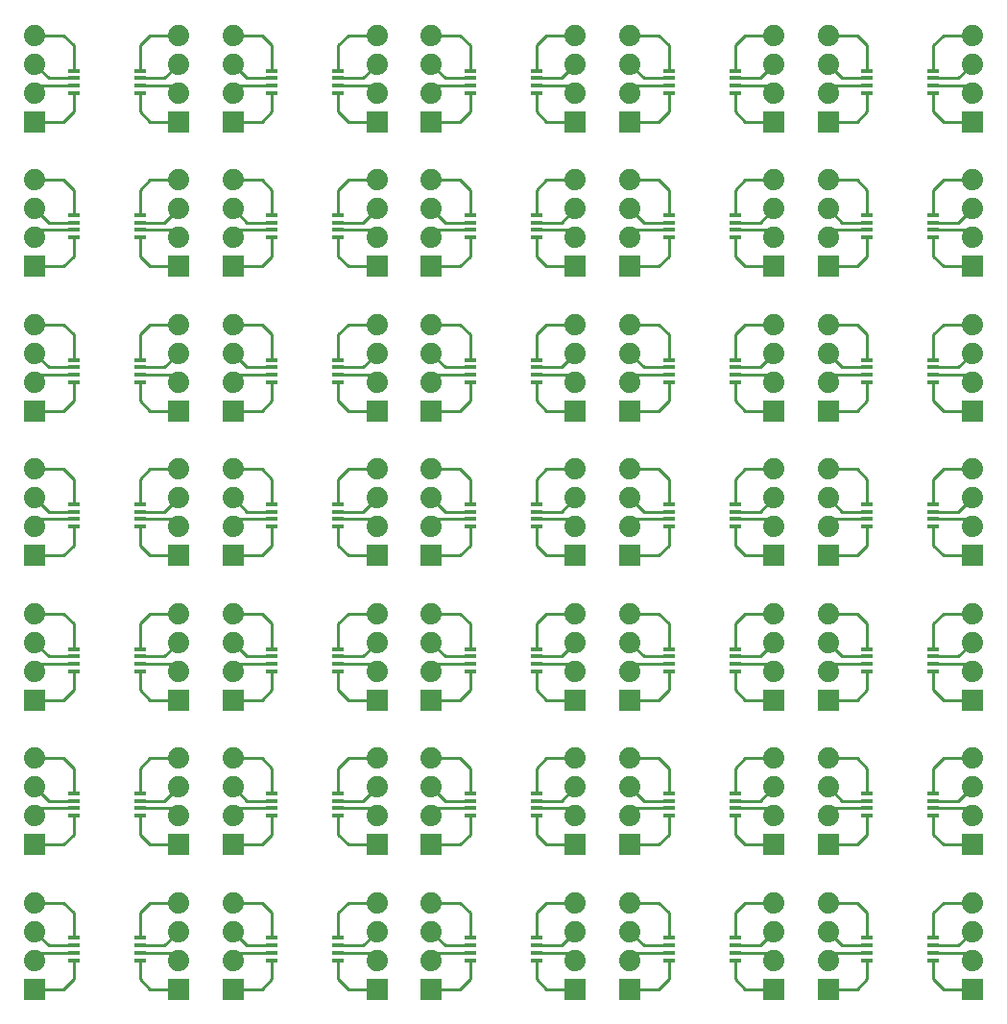
<source format=gbr>
G04 #@! TF.GenerationSoftware,KiCad,Pcbnew,5.1.5-5.1.5*
G04 #@! TF.CreationDate,2020-06-01T10:47:03+10:00*
G04 #@! TF.ProjectId,SOIC8-TSSOP8_panelized,534f4943-382d-4545-9353-4f50385f7061,rev?*
G04 #@! TF.SameCoordinates,Original*
G04 #@! TF.FileFunction,Copper,L2,Bot*
G04 #@! TF.FilePolarity,Positive*
%FSLAX46Y46*%
G04 Gerber Fmt 4.6, Leading zero omitted, Abs format (unit mm)*
G04 Created by KiCad (PCBNEW 5.1.5-5.1.5) date 2020-06-01 10:47:03*
%MOMM*%
%LPD*%
G04 APERTURE LIST*
%ADD10R,1.879600X1.879600*%
%ADD11C,1.879600*%
%ADD12R,0.990600X0.304800*%
%ADD13C,0.254000*%
G04 APERTURE END LIST*
D10*
X225016108Y-185248612D03*
D11*
X225016108Y-182708612D03*
X225016108Y-180168612D03*
X225016108Y-177628612D03*
D10*
X225016108Y-172508610D03*
D11*
X225016108Y-169968610D03*
X225016108Y-167428610D03*
X225016108Y-164888610D03*
D10*
X225016108Y-159768608D03*
D11*
X225016108Y-157228608D03*
X225016108Y-154688608D03*
X225016108Y-152148608D03*
D10*
X225016108Y-147028606D03*
D11*
X225016108Y-144488606D03*
X225016108Y-141948606D03*
X225016108Y-139408606D03*
D10*
X225016108Y-134288604D03*
D11*
X225016108Y-131748604D03*
X225016108Y-129208604D03*
X225016108Y-126668604D03*
D10*
X225016108Y-121548602D03*
D11*
X225016108Y-119008602D03*
X225016108Y-116468602D03*
X225016108Y-113928602D03*
D10*
X225016108Y-108808600D03*
D11*
X225016108Y-106268600D03*
X225016108Y-103728600D03*
X225016108Y-101188600D03*
D10*
X207516106Y-185248612D03*
D11*
X207516106Y-182708612D03*
X207516106Y-180168612D03*
X207516106Y-177628612D03*
D10*
X207516106Y-172508610D03*
D11*
X207516106Y-169968610D03*
X207516106Y-167428610D03*
X207516106Y-164888610D03*
D10*
X207516106Y-159768608D03*
D11*
X207516106Y-157228608D03*
X207516106Y-154688608D03*
X207516106Y-152148608D03*
D10*
X207516106Y-147028606D03*
D11*
X207516106Y-144488606D03*
X207516106Y-141948606D03*
X207516106Y-139408606D03*
D10*
X207516106Y-134288604D03*
D11*
X207516106Y-131748604D03*
X207516106Y-129208604D03*
X207516106Y-126668604D03*
D10*
X207516106Y-121548602D03*
D11*
X207516106Y-119008602D03*
X207516106Y-116468602D03*
X207516106Y-113928602D03*
D10*
X207516106Y-108808600D03*
D11*
X207516106Y-106268600D03*
X207516106Y-103728600D03*
X207516106Y-101188600D03*
D10*
X190016104Y-185248612D03*
D11*
X190016104Y-182708612D03*
X190016104Y-180168612D03*
X190016104Y-177628612D03*
D10*
X190016104Y-172508610D03*
D11*
X190016104Y-169968610D03*
X190016104Y-167428610D03*
X190016104Y-164888610D03*
D10*
X190016104Y-159768608D03*
D11*
X190016104Y-157228608D03*
X190016104Y-154688608D03*
X190016104Y-152148608D03*
D10*
X190016104Y-147028606D03*
D11*
X190016104Y-144488606D03*
X190016104Y-141948606D03*
X190016104Y-139408606D03*
D10*
X190016104Y-134288604D03*
D11*
X190016104Y-131748604D03*
X190016104Y-129208604D03*
X190016104Y-126668604D03*
D10*
X190016104Y-121548602D03*
D11*
X190016104Y-119008602D03*
X190016104Y-116468602D03*
X190016104Y-113928602D03*
D10*
X190016104Y-108808600D03*
D11*
X190016104Y-106268600D03*
X190016104Y-103728600D03*
X190016104Y-101188600D03*
D10*
X172516102Y-185248612D03*
D11*
X172516102Y-182708612D03*
X172516102Y-180168612D03*
X172516102Y-177628612D03*
D10*
X172516102Y-172508610D03*
D11*
X172516102Y-169968610D03*
X172516102Y-167428610D03*
X172516102Y-164888610D03*
D10*
X172516102Y-159768608D03*
D11*
X172516102Y-157228608D03*
X172516102Y-154688608D03*
X172516102Y-152148608D03*
D10*
X172516102Y-147028606D03*
D11*
X172516102Y-144488606D03*
X172516102Y-141948606D03*
X172516102Y-139408606D03*
D10*
X172516102Y-134288604D03*
D11*
X172516102Y-131748604D03*
X172516102Y-129208604D03*
X172516102Y-126668604D03*
D10*
X172516102Y-121548602D03*
D11*
X172516102Y-119008602D03*
X172516102Y-116468602D03*
X172516102Y-113928602D03*
D10*
X172516102Y-108808600D03*
D11*
X172516102Y-106268600D03*
X172516102Y-103728600D03*
X172516102Y-101188600D03*
D10*
X155016100Y-185248612D03*
D11*
X155016100Y-182708612D03*
X155016100Y-180168612D03*
X155016100Y-177628612D03*
D10*
X155016100Y-172508610D03*
D11*
X155016100Y-169968610D03*
X155016100Y-167428610D03*
X155016100Y-164888610D03*
D10*
X155016100Y-159768608D03*
D11*
X155016100Y-157228608D03*
X155016100Y-154688608D03*
X155016100Y-152148608D03*
D10*
X155016100Y-147028606D03*
D11*
X155016100Y-144488606D03*
X155016100Y-141948606D03*
X155016100Y-139408606D03*
D10*
X155016100Y-134288604D03*
D11*
X155016100Y-131748604D03*
X155016100Y-129208604D03*
X155016100Y-126668604D03*
D10*
X155016100Y-121548602D03*
D11*
X155016100Y-119008602D03*
X155016100Y-116468602D03*
X155016100Y-113928602D03*
D10*
X212316108Y-185248612D03*
D11*
X212316108Y-182708612D03*
X212316108Y-180168612D03*
X212316108Y-177628612D03*
D10*
X212316108Y-172508610D03*
D11*
X212316108Y-169968610D03*
X212316108Y-167428610D03*
X212316108Y-164888610D03*
D10*
X212316108Y-159768608D03*
D11*
X212316108Y-157228608D03*
X212316108Y-154688608D03*
X212316108Y-152148608D03*
D10*
X212316108Y-147028606D03*
D11*
X212316108Y-144488606D03*
X212316108Y-141948606D03*
X212316108Y-139408606D03*
D10*
X212316108Y-134288604D03*
D11*
X212316108Y-131748604D03*
X212316108Y-129208604D03*
X212316108Y-126668604D03*
D10*
X212316108Y-121548602D03*
D11*
X212316108Y-119008602D03*
X212316108Y-116468602D03*
X212316108Y-113928602D03*
D10*
X212316108Y-108808600D03*
D11*
X212316108Y-106268600D03*
X212316108Y-103728600D03*
X212316108Y-101188600D03*
D10*
X194816106Y-185248612D03*
D11*
X194816106Y-182708612D03*
X194816106Y-180168612D03*
X194816106Y-177628612D03*
D10*
X194816106Y-172508610D03*
D11*
X194816106Y-169968610D03*
X194816106Y-167428610D03*
X194816106Y-164888610D03*
D10*
X194816106Y-159768608D03*
D11*
X194816106Y-157228608D03*
X194816106Y-154688608D03*
X194816106Y-152148608D03*
D10*
X194816106Y-147028606D03*
D11*
X194816106Y-144488606D03*
X194816106Y-141948606D03*
X194816106Y-139408606D03*
D10*
X194816106Y-134288604D03*
D11*
X194816106Y-131748604D03*
X194816106Y-129208604D03*
X194816106Y-126668604D03*
D10*
X194816106Y-121548602D03*
D11*
X194816106Y-119008602D03*
X194816106Y-116468602D03*
X194816106Y-113928602D03*
D10*
X194816106Y-108808600D03*
D11*
X194816106Y-106268600D03*
X194816106Y-103728600D03*
X194816106Y-101188600D03*
D10*
X177316104Y-185248612D03*
D11*
X177316104Y-182708612D03*
X177316104Y-180168612D03*
X177316104Y-177628612D03*
D10*
X177316104Y-172508610D03*
D11*
X177316104Y-169968610D03*
X177316104Y-167428610D03*
X177316104Y-164888610D03*
D10*
X177316104Y-159768608D03*
D11*
X177316104Y-157228608D03*
X177316104Y-154688608D03*
X177316104Y-152148608D03*
D10*
X177316104Y-147028606D03*
D11*
X177316104Y-144488606D03*
X177316104Y-141948606D03*
X177316104Y-139408606D03*
D10*
X177316104Y-134288604D03*
D11*
X177316104Y-131748604D03*
X177316104Y-129208604D03*
X177316104Y-126668604D03*
D10*
X177316104Y-121548602D03*
D11*
X177316104Y-119008602D03*
X177316104Y-116468602D03*
X177316104Y-113928602D03*
D10*
X177316104Y-108808600D03*
D11*
X177316104Y-106268600D03*
X177316104Y-103728600D03*
X177316104Y-101188600D03*
D10*
X159816102Y-185248612D03*
D11*
X159816102Y-182708612D03*
X159816102Y-180168612D03*
X159816102Y-177628612D03*
D10*
X159816102Y-172508610D03*
D11*
X159816102Y-169968610D03*
X159816102Y-167428610D03*
X159816102Y-164888610D03*
D10*
X159816102Y-159768608D03*
D11*
X159816102Y-157228608D03*
X159816102Y-154688608D03*
X159816102Y-152148608D03*
D10*
X159816102Y-147028606D03*
D11*
X159816102Y-144488606D03*
X159816102Y-141948606D03*
X159816102Y-139408606D03*
D10*
X159816102Y-134288604D03*
D11*
X159816102Y-131748604D03*
X159816102Y-129208604D03*
X159816102Y-126668604D03*
D10*
X159816102Y-121548602D03*
D11*
X159816102Y-119008602D03*
X159816102Y-116468602D03*
X159816102Y-113928602D03*
D10*
X159816102Y-108808600D03*
D11*
X159816102Y-106268600D03*
X159816102Y-103728600D03*
X159816102Y-101188600D03*
D10*
X142316100Y-185248612D03*
D11*
X142316100Y-182708612D03*
X142316100Y-180168612D03*
X142316100Y-177628612D03*
D10*
X142316100Y-172508610D03*
D11*
X142316100Y-169968610D03*
X142316100Y-167428610D03*
X142316100Y-164888610D03*
D10*
X142316100Y-159768608D03*
D11*
X142316100Y-157228608D03*
X142316100Y-154688608D03*
X142316100Y-152148608D03*
D10*
X142316100Y-147028606D03*
D11*
X142316100Y-144488606D03*
X142316100Y-141948606D03*
X142316100Y-139408606D03*
D10*
X142316100Y-134288604D03*
D11*
X142316100Y-131748604D03*
X142316100Y-129208604D03*
X142316100Y-126668604D03*
D10*
X142316100Y-121548602D03*
D11*
X142316100Y-119008602D03*
X142316100Y-116468602D03*
X142316100Y-113928602D03*
D12*
X221583908Y-180758612D03*
X221583908Y-181408612D03*
X221583908Y-182058612D03*
X221583908Y-182708612D03*
X215748308Y-182708612D03*
X215748308Y-182058612D03*
X215748308Y-181408612D03*
X215748308Y-180758612D03*
X221583908Y-168018610D03*
X221583908Y-168668610D03*
X221583908Y-169318610D03*
X221583908Y-169968610D03*
X215748308Y-169968610D03*
X215748308Y-169318610D03*
X215748308Y-168668610D03*
X215748308Y-168018610D03*
X221583908Y-155278608D03*
X221583908Y-155928608D03*
X221583908Y-156578608D03*
X221583908Y-157228608D03*
X215748308Y-157228608D03*
X215748308Y-156578608D03*
X215748308Y-155928608D03*
X215748308Y-155278608D03*
X221583908Y-142538606D03*
X221583908Y-143188606D03*
X221583908Y-143838606D03*
X221583908Y-144488606D03*
X215748308Y-144488606D03*
X215748308Y-143838606D03*
X215748308Y-143188606D03*
X215748308Y-142538606D03*
X221583908Y-129798604D03*
X221583908Y-130448604D03*
X221583908Y-131098604D03*
X221583908Y-131748604D03*
X215748308Y-131748604D03*
X215748308Y-131098604D03*
X215748308Y-130448604D03*
X215748308Y-129798604D03*
X221583908Y-117058602D03*
X221583908Y-117708602D03*
X221583908Y-118358602D03*
X221583908Y-119008602D03*
X215748308Y-119008602D03*
X215748308Y-118358602D03*
X215748308Y-117708602D03*
X215748308Y-117058602D03*
X221583908Y-104318600D03*
X221583908Y-104968600D03*
X221583908Y-105618600D03*
X221583908Y-106268600D03*
X215748308Y-106268600D03*
X215748308Y-105618600D03*
X215748308Y-104968600D03*
X215748308Y-104318600D03*
X204083906Y-180758612D03*
X204083906Y-181408612D03*
X204083906Y-182058612D03*
X204083906Y-182708612D03*
X198248306Y-182708612D03*
X198248306Y-182058612D03*
X198248306Y-181408612D03*
X198248306Y-180758612D03*
X204083906Y-168018610D03*
X204083906Y-168668610D03*
X204083906Y-169318610D03*
X204083906Y-169968610D03*
X198248306Y-169968610D03*
X198248306Y-169318610D03*
X198248306Y-168668610D03*
X198248306Y-168018610D03*
X204083906Y-155278608D03*
X204083906Y-155928608D03*
X204083906Y-156578608D03*
X204083906Y-157228608D03*
X198248306Y-157228608D03*
X198248306Y-156578608D03*
X198248306Y-155928608D03*
X198248306Y-155278608D03*
X204083906Y-142538606D03*
X204083906Y-143188606D03*
X204083906Y-143838606D03*
X204083906Y-144488606D03*
X198248306Y-144488606D03*
X198248306Y-143838606D03*
X198248306Y-143188606D03*
X198248306Y-142538606D03*
X204083906Y-129798604D03*
X204083906Y-130448604D03*
X204083906Y-131098604D03*
X204083906Y-131748604D03*
X198248306Y-131748604D03*
X198248306Y-131098604D03*
X198248306Y-130448604D03*
X198248306Y-129798604D03*
X204083906Y-117058602D03*
X204083906Y-117708602D03*
X204083906Y-118358602D03*
X204083906Y-119008602D03*
X198248306Y-119008602D03*
X198248306Y-118358602D03*
X198248306Y-117708602D03*
X198248306Y-117058602D03*
X204083906Y-104318600D03*
X204083906Y-104968600D03*
X204083906Y-105618600D03*
X204083906Y-106268600D03*
X198248306Y-106268600D03*
X198248306Y-105618600D03*
X198248306Y-104968600D03*
X198248306Y-104318600D03*
X186583904Y-180758612D03*
X186583904Y-181408612D03*
X186583904Y-182058612D03*
X186583904Y-182708612D03*
X180748304Y-182708612D03*
X180748304Y-182058612D03*
X180748304Y-181408612D03*
X180748304Y-180758612D03*
X186583904Y-168018610D03*
X186583904Y-168668610D03*
X186583904Y-169318610D03*
X186583904Y-169968610D03*
X180748304Y-169968610D03*
X180748304Y-169318610D03*
X180748304Y-168668610D03*
X180748304Y-168018610D03*
X186583904Y-155278608D03*
X186583904Y-155928608D03*
X186583904Y-156578608D03*
X186583904Y-157228608D03*
X180748304Y-157228608D03*
X180748304Y-156578608D03*
X180748304Y-155928608D03*
X180748304Y-155278608D03*
X186583904Y-142538606D03*
X186583904Y-143188606D03*
X186583904Y-143838606D03*
X186583904Y-144488606D03*
X180748304Y-144488606D03*
X180748304Y-143838606D03*
X180748304Y-143188606D03*
X180748304Y-142538606D03*
X186583904Y-129798604D03*
X186583904Y-130448604D03*
X186583904Y-131098604D03*
X186583904Y-131748604D03*
X180748304Y-131748604D03*
X180748304Y-131098604D03*
X180748304Y-130448604D03*
X180748304Y-129798604D03*
X186583904Y-117058602D03*
X186583904Y-117708602D03*
X186583904Y-118358602D03*
X186583904Y-119008602D03*
X180748304Y-119008602D03*
X180748304Y-118358602D03*
X180748304Y-117708602D03*
X180748304Y-117058602D03*
X186583904Y-104318600D03*
X186583904Y-104968600D03*
X186583904Y-105618600D03*
X186583904Y-106268600D03*
X180748304Y-106268600D03*
X180748304Y-105618600D03*
X180748304Y-104968600D03*
X180748304Y-104318600D03*
X169083902Y-180758612D03*
X169083902Y-181408612D03*
X169083902Y-182058612D03*
X169083902Y-182708612D03*
X163248302Y-182708612D03*
X163248302Y-182058612D03*
X163248302Y-181408612D03*
X163248302Y-180758612D03*
X169083902Y-168018610D03*
X169083902Y-168668610D03*
X169083902Y-169318610D03*
X169083902Y-169968610D03*
X163248302Y-169968610D03*
X163248302Y-169318610D03*
X163248302Y-168668610D03*
X163248302Y-168018610D03*
X169083902Y-155278608D03*
X169083902Y-155928608D03*
X169083902Y-156578608D03*
X169083902Y-157228608D03*
X163248302Y-157228608D03*
X163248302Y-156578608D03*
X163248302Y-155928608D03*
X163248302Y-155278608D03*
X169083902Y-142538606D03*
X169083902Y-143188606D03*
X169083902Y-143838606D03*
X169083902Y-144488606D03*
X163248302Y-144488606D03*
X163248302Y-143838606D03*
X163248302Y-143188606D03*
X163248302Y-142538606D03*
X169083902Y-129798604D03*
X169083902Y-130448604D03*
X169083902Y-131098604D03*
X169083902Y-131748604D03*
X163248302Y-131748604D03*
X163248302Y-131098604D03*
X163248302Y-130448604D03*
X163248302Y-129798604D03*
X169083902Y-117058602D03*
X169083902Y-117708602D03*
X169083902Y-118358602D03*
X169083902Y-119008602D03*
X163248302Y-119008602D03*
X163248302Y-118358602D03*
X163248302Y-117708602D03*
X163248302Y-117058602D03*
X169083902Y-104318600D03*
X169083902Y-104968600D03*
X169083902Y-105618600D03*
X169083902Y-106268600D03*
X163248302Y-106268600D03*
X163248302Y-105618600D03*
X163248302Y-104968600D03*
X163248302Y-104318600D03*
X151583900Y-180758612D03*
X151583900Y-181408612D03*
X151583900Y-182058612D03*
X151583900Y-182708612D03*
X145748300Y-182708612D03*
X145748300Y-182058612D03*
X145748300Y-181408612D03*
X145748300Y-180758612D03*
X151583900Y-168018610D03*
X151583900Y-168668610D03*
X151583900Y-169318610D03*
X151583900Y-169968610D03*
X145748300Y-169968610D03*
X145748300Y-169318610D03*
X145748300Y-168668610D03*
X145748300Y-168018610D03*
X151583900Y-155278608D03*
X151583900Y-155928608D03*
X151583900Y-156578608D03*
X151583900Y-157228608D03*
X145748300Y-157228608D03*
X145748300Y-156578608D03*
X145748300Y-155928608D03*
X145748300Y-155278608D03*
X151583900Y-142538606D03*
X151583900Y-143188606D03*
X151583900Y-143838606D03*
X151583900Y-144488606D03*
X145748300Y-144488606D03*
X145748300Y-143838606D03*
X145748300Y-143188606D03*
X145748300Y-142538606D03*
X151583900Y-129798604D03*
X151583900Y-130448604D03*
X151583900Y-131098604D03*
X151583900Y-131748604D03*
X145748300Y-131748604D03*
X145748300Y-131098604D03*
X145748300Y-130448604D03*
X145748300Y-129798604D03*
X151583900Y-117058602D03*
X151583900Y-117708602D03*
X151583900Y-118358602D03*
X151583900Y-119008602D03*
X145748300Y-119008602D03*
X145748300Y-118358602D03*
X145748300Y-117708602D03*
X145748300Y-117058602D03*
X145748300Y-104318600D03*
X145748300Y-104968600D03*
X145748300Y-105618600D03*
X145748300Y-106268600D03*
X151583900Y-106268600D03*
X151583900Y-105618600D03*
X151583900Y-104968600D03*
X151583900Y-104318600D03*
D11*
X142316100Y-101188600D03*
X142316100Y-103728600D03*
X142316100Y-106268600D03*
D10*
X142316100Y-108808600D03*
D11*
X155016100Y-101188600D03*
X155016100Y-103728600D03*
X155016100Y-106268600D03*
D10*
X155016100Y-108808600D03*
D13*
X151583900Y-106268600D02*
X151583900Y-107916400D01*
X151583900Y-107916400D02*
X152476100Y-108808600D01*
X152476100Y-108808600D02*
X155016100Y-108808600D01*
X151583900Y-119008602D02*
X151583900Y-120656402D01*
X151583900Y-131748604D02*
X151583900Y-133396404D01*
X151583900Y-144488606D02*
X151583900Y-146136406D01*
X151583900Y-157228608D02*
X151583900Y-158876408D01*
X151583900Y-169968610D02*
X151583900Y-171616410D01*
X151583900Y-182708612D02*
X151583900Y-184356412D01*
X169083902Y-106268600D02*
X169083902Y-107916400D01*
X169083902Y-119008602D02*
X169083902Y-120656402D01*
X169083902Y-131748604D02*
X169083902Y-133396404D01*
X169083902Y-144488606D02*
X169083902Y-146136406D01*
X169083902Y-157228608D02*
X169083902Y-158876408D01*
X169083902Y-169968610D02*
X169083902Y-171616410D01*
X169083902Y-182708612D02*
X169083902Y-184356412D01*
X186583904Y-106268600D02*
X186583904Y-107916400D01*
X186583904Y-119008602D02*
X186583904Y-120656402D01*
X186583904Y-131748604D02*
X186583904Y-133396404D01*
X186583904Y-144488606D02*
X186583904Y-146136406D01*
X186583904Y-157228608D02*
X186583904Y-158876408D01*
X186583904Y-169968610D02*
X186583904Y-171616410D01*
X186583904Y-182708612D02*
X186583904Y-184356412D01*
X204083906Y-106268600D02*
X204083906Y-107916400D01*
X204083906Y-119008602D02*
X204083906Y-120656402D01*
X204083906Y-131748604D02*
X204083906Y-133396404D01*
X204083906Y-144488606D02*
X204083906Y-146136406D01*
X204083906Y-157228608D02*
X204083906Y-158876408D01*
X204083906Y-169968610D02*
X204083906Y-171616410D01*
X204083906Y-182708612D02*
X204083906Y-184356412D01*
X221583908Y-106268600D02*
X221583908Y-107916400D01*
X221583908Y-119008602D02*
X221583908Y-120656402D01*
X221583908Y-131748604D02*
X221583908Y-133396404D01*
X221583908Y-144488606D02*
X221583908Y-146136406D01*
X221583908Y-157228608D02*
X221583908Y-158876408D01*
X221583908Y-169968610D02*
X221583908Y-171616410D01*
X221583908Y-182708612D02*
X221583908Y-184356412D01*
X151583900Y-120656402D02*
X152476100Y-121548602D01*
X151583900Y-133396404D02*
X152476100Y-134288604D01*
X151583900Y-146136406D02*
X152476100Y-147028606D01*
X151583900Y-158876408D02*
X152476100Y-159768608D01*
X151583900Y-171616410D02*
X152476100Y-172508610D01*
X151583900Y-184356412D02*
X152476100Y-185248612D01*
X169083902Y-107916400D02*
X169976102Y-108808600D01*
X169083902Y-120656402D02*
X169976102Y-121548602D01*
X169083902Y-133396404D02*
X169976102Y-134288604D01*
X169083902Y-146136406D02*
X169976102Y-147028606D01*
X169083902Y-158876408D02*
X169976102Y-159768608D01*
X169083902Y-171616410D02*
X169976102Y-172508610D01*
X169083902Y-184356412D02*
X169976102Y-185248612D01*
X186583904Y-107916400D02*
X187476104Y-108808600D01*
X186583904Y-120656402D02*
X187476104Y-121548602D01*
X186583904Y-133396404D02*
X187476104Y-134288604D01*
X186583904Y-146136406D02*
X187476104Y-147028606D01*
X186583904Y-158876408D02*
X187476104Y-159768608D01*
X186583904Y-171616410D02*
X187476104Y-172508610D01*
X186583904Y-184356412D02*
X187476104Y-185248612D01*
X204083906Y-107916400D02*
X204976106Y-108808600D01*
X204083906Y-120656402D02*
X204976106Y-121548602D01*
X204083906Y-133396404D02*
X204976106Y-134288604D01*
X204083906Y-146136406D02*
X204976106Y-147028606D01*
X204083906Y-158876408D02*
X204976106Y-159768608D01*
X204083906Y-171616410D02*
X204976106Y-172508610D01*
X204083906Y-184356412D02*
X204976106Y-185248612D01*
X221583908Y-107916400D02*
X222476108Y-108808600D01*
X221583908Y-120656402D02*
X222476108Y-121548602D01*
X221583908Y-133396404D02*
X222476108Y-134288604D01*
X221583908Y-146136406D02*
X222476108Y-147028606D01*
X221583908Y-158876408D02*
X222476108Y-159768608D01*
X221583908Y-171616410D02*
X222476108Y-172508610D01*
X221583908Y-184356412D02*
X222476108Y-185248612D01*
X152476100Y-121548602D02*
X155016100Y-121548602D01*
X152476100Y-134288604D02*
X155016100Y-134288604D01*
X152476100Y-147028606D02*
X155016100Y-147028606D01*
X152476100Y-159768608D02*
X155016100Y-159768608D01*
X152476100Y-172508610D02*
X155016100Y-172508610D01*
X152476100Y-185248612D02*
X155016100Y-185248612D01*
X169976102Y-108808600D02*
X172516102Y-108808600D01*
X169976102Y-121548602D02*
X172516102Y-121548602D01*
X169976102Y-134288604D02*
X172516102Y-134288604D01*
X169976102Y-147028606D02*
X172516102Y-147028606D01*
X169976102Y-159768608D02*
X172516102Y-159768608D01*
X169976102Y-172508610D02*
X172516102Y-172508610D01*
X169976102Y-185248612D02*
X172516102Y-185248612D01*
X187476104Y-108808600D02*
X190016104Y-108808600D01*
X187476104Y-121548602D02*
X190016104Y-121548602D01*
X187476104Y-134288604D02*
X190016104Y-134288604D01*
X187476104Y-147028606D02*
X190016104Y-147028606D01*
X187476104Y-159768608D02*
X190016104Y-159768608D01*
X187476104Y-172508610D02*
X190016104Y-172508610D01*
X187476104Y-185248612D02*
X190016104Y-185248612D01*
X204976106Y-108808600D02*
X207516106Y-108808600D01*
X204976106Y-121548602D02*
X207516106Y-121548602D01*
X204976106Y-134288604D02*
X207516106Y-134288604D01*
X204976106Y-147028606D02*
X207516106Y-147028606D01*
X204976106Y-159768608D02*
X207516106Y-159768608D01*
X204976106Y-172508610D02*
X207516106Y-172508610D01*
X204976106Y-185248612D02*
X207516106Y-185248612D01*
X222476108Y-108808600D02*
X225016108Y-108808600D01*
X222476108Y-121548602D02*
X225016108Y-121548602D01*
X222476108Y-134288604D02*
X225016108Y-134288604D01*
X222476108Y-147028606D02*
X225016108Y-147028606D01*
X222476108Y-159768608D02*
X225016108Y-159768608D01*
X222476108Y-172508610D02*
X225016108Y-172508610D01*
X222476108Y-185248612D02*
X225016108Y-185248612D01*
X151583900Y-105618600D02*
X154366100Y-105618600D01*
X154366100Y-105618600D02*
X155016100Y-106268600D01*
X151583900Y-118358602D02*
X154366100Y-118358602D01*
X151583900Y-131098604D02*
X154366100Y-131098604D01*
X151583900Y-143838606D02*
X154366100Y-143838606D01*
X151583900Y-156578608D02*
X154366100Y-156578608D01*
X151583900Y-169318610D02*
X154366100Y-169318610D01*
X151583900Y-182058612D02*
X154366100Y-182058612D01*
X169083902Y-105618600D02*
X171866102Y-105618600D01*
X169083902Y-118358602D02*
X171866102Y-118358602D01*
X169083902Y-131098604D02*
X171866102Y-131098604D01*
X169083902Y-143838606D02*
X171866102Y-143838606D01*
X169083902Y-156578608D02*
X171866102Y-156578608D01*
X169083902Y-169318610D02*
X171866102Y-169318610D01*
X169083902Y-182058612D02*
X171866102Y-182058612D01*
X186583904Y-105618600D02*
X189366104Y-105618600D01*
X186583904Y-118358602D02*
X189366104Y-118358602D01*
X186583904Y-131098604D02*
X189366104Y-131098604D01*
X186583904Y-143838606D02*
X189366104Y-143838606D01*
X186583904Y-156578608D02*
X189366104Y-156578608D01*
X186583904Y-169318610D02*
X189366104Y-169318610D01*
X186583904Y-182058612D02*
X189366104Y-182058612D01*
X204083906Y-105618600D02*
X206866106Y-105618600D01*
X204083906Y-118358602D02*
X206866106Y-118358602D01*
X204083906Y-131098604D02*
X206866106Y-131098604D01*
X204083906Y-143838606D02*
X206866106Y-143838606D01*
X204083906Y-156578608D02*
X206866106Y-156578608D01*
X204083906Y-169318610D02*
X206866106Y-169318610D01*
X204083906Y-182058612D02*
X206866106Y-182058612D01*
X221583908Y-105618600D02*
X224366108Y-105618600D01*
X221583908Y-118358602D02*
X224366108Y-118358602D01*
X221583908Y-131098604D02*
X224366108Y-131098604D01*
X221583908Y-143838606D02*
X224366108Y-143838606D01*
X221583908Y-156578608D02*
X224366108Y-156578608D01*
X221583908Y-169318610D02*
X224366108Y-169318610D01*
X221583908Y-182058612D02*
X224366108Y-182058612D01*
X154366100Y-118358602D02*
X155016100Y-119008602D01*
X154366100Y-131098604D02*
X155016100Y-131748604D01*
X154366100Y-143838606D02*
X155016100Y-144488606D01*
X154366100Y-156578608D02*
X155016100Y-157228608D01*
X154366100Y-169318610D02*
X155016100Y-169968610D01*
X154366100Y-182058612D02*
X155016100Y-182708612D01*
X171866102Y-105618600D02*
X172516102Y-106268600D01*
X171866102Y-118358602D02*
X172516102Y-119008602D01*
X171866102Y-131098604D02*
X172516102Y-131748604D01*
X171866102Y-143838606D02*
X172516102Y-144488606D01*
X171866102Y-156578608D02*
X172516102Y-157228608D01*
X171866102Y-169318610D02*
X172516102Y-169968610D01*
X171866102Y-182058612D02*
X172516102Y-182708612D01*
X189366104Y-105618600D02*
X190016104Y-106268600D01*
X189366104Y-118358602D02*
X190016104Y-119008602D01*
X189366104Y-131098604D02*
X190016104Y-131748604D01*
X189366104Y-143838606D02*
X190016104Y-144488606D01*
X189366104Y-156578608D02*
X190016104Y-157228608D01*
X189366104Y-169318610D02*
X190016104Y-169968610D01*
X189366104Y-182058612D02*
X190016104Y-182708612D01*
X206866106Y-105618600D02*
X207516106Y-106268600D01*
X206866106Y-118358602D02*
X207516106Y-119008602D01*
X206866106Y-131098604D02*
X207516106Y-131748604D01*
X206866106Y-143838606D02*
X207516106Y-144488606D01*
X206866106Y-156578608D02*
X207516106Y-157228608D01*
X206866106Y-169318610D02*
X207516106Y-169968610D01*
X206866106Y-182058612D02*
X207516106Y-182708612D01*
X224366108Y-105618600D02*
X225016108Y-106268600D01*
X224366108Y-118358602D02*
X225016108Y-119008602D01*
X224366108Y-131098604D02*
X225016108Y-131748604D01*
X224366108Y-143838606D02*
X225016108Y-144488606D01*
X224366108Y-156578608D02*
X225016108Y-157228608D01*
X224366108Y-169318610D02*
X225016108Y-169968610D01*
X224366108Y-182058612D02*
X225016108Y-182708612D01*
X151583900Y-104318600D02*
X151583900Y-102080800D01*
X151583900Y-102080800D02*
X152476100Y-101188600D01*
X152476100Y-101188600D02*
X155016100Y-101188600D01*
X151583900Y-117058602D02*
X151583900Y-114820802D01*
X151583900Y-129798604D02*
X151583900Y-127560804D01*
X151583900Y-142538606D02*
X151583900Y-140300806D01*
X151583900Y-155278608D02*
X151583900Y-153040808D01*
X151583900Y-168018610D02*
X151583900Y-165780810D01*
X151583900Y-180758612D02*
X151583900Y-178520812D01*
X169083902Y-104318600D02*
X169083902Y-102080800D01*
X169083902Y-117058602D02*
X169083902Y-114820802D01*
X169083902Y-129798604D02*
X169083902Y-127560804D01*
X169083902Y-142538606D02*
X169083902Y-140300806D01*
X169083902Y-155278608D02*
X169083902Y-153040808D01*
X169083902Y-168018610D02*
X169083902Y-165780810D01*
X169083902Y-180758612D02*
X169083902Y-178520812D01*
X186583904Y-104318600D02*
X186583904Y-102080800D01*
X186583904Y-117058602D02*
X186583904Y-114820802D01*
X186583904Y-129798604D02*
X186583904Y-127560804D01*
X186583904Y-142538606D02*
X186583904Y-140300806D01*
X186583904Y-155278608D02*
X186583904Y-153040808D01*
X186583904Y-168018610D02*
X186583904Y-165780810D01*
X186583904Y-180758612D02*
X186583904Y-178520812D01*
X204083906Y-104318600D02*
X204083906Y-102080800D01*
X204083906Y-117058602D02*
X204083906Y-114820802D01*
X204083906Y-129798604D02*
X204083906Y-127560804D01*
X204083906Y-142538606D02*
X204083906Y-140300806D01*
X204083906Y-155278608D02*
X204083906Y-153040808D01*
X204083906Y-168018610D02*
X204083906Y-165780810D01*
X204083906Y-180758612D02*
X204083906Y-178520812D01*
X221583908Y-104318600D02*
X221583908Y-102080800D01*
X221583908Y-117058602D02*
X221583908Y-114820802D01*
X221583908Y-129798604D02*
X221583908Y-127560804D01*
X221583908Y-142538606D02*
X221583908Y-140300806D01*
X221583908Y-155278608D02*
X221583908Y-153040808D01*
X221583908Y-168018610D02*
X221583908Y-165780810D01*
X221583908Y-180758612D02*
X221583908Y-178520812D01*
X151583900Y-114820802D02*
X152476100Y-113928602D01*
X151583900Y-127560804D02*
X152476100Y-126668604D01*
X151583900Y-140300806D02*
X152476100Y-139408606D01*
X151583900Y-153040808D02*
X152476100Y-152148608D01*
X151583900Y-165780810D02*
X152476100Y-164888610D01*
X151583900Y-178520812D02*
X152476100Y-177628612D01*
X169083902Y-102080800D02*
X169976102Y-101188600D01*
X169083902Y-114820802D02*
X169976102Y-113928602D01*
X169083902Y-127560804D02*
X169976102Y-126668604D01*
X169083902Y-140300806D02*
X169976102Y-139408606D01*
X169083902Y-153040808D02*
X169976102Y-152148608D01*
X169083902Y-165780810D02*
X169976102Y-164888610D01*
X169083902Y-178520812D02*
X169976102Y-177628612D01*
X186583904Y-102080800D02*
X187476104Y-101188600D01*
X186583904Y-114820802D02*
X187476104Y-113928602D01*
X186583904Y-127560804D02*
X187476104Y-126668604D01*
X186583904Y-140300806D02*
X187476104Y-139408606D01*
X186583904Y-153040808D02*
X187476104Y-152148608D01*
X186583904Y-165780810D02*
X187476104Y-164888610D01*
X186583904Y-178520812D02*
X187476104Y-177628612D01*
X204083906Y-102080800D02*
X204976106Y-101188600D01*
X204083906Y-114820802D02*
X204976106Y-113928602D01*
X204083906Y-127560804D02*
X204976106Y-126668604D01*
X204083906Y-140300806D02*
X204976106Y-139408606D01*
X204083906Y-153040808D02*
X204976106Y-152148608D01*
X204083906Y-165780810D02*
X204976106Y-164888610D01*
X204083906Y-178520812D02*
X204976106Y-177628612D01*
X221583908Y-102080800D02*
X222476108Y-101188600D01*
X221583908Y-114820802D02*
X222476108Y-113928602D01*
X221583908Y-127560804D02*
X222476108Y-126668604D01*
X221583908Y-140300806D02*
X222476108Y-139408606D01*
X221583908Y-153040808D02*
X222476108Y-152148608D01*
X221583908Y-165780810D02*
X222476108Y-164888610D01*
X221583908Y-178520812D02*
X222476108Y-177628612D01*
X152476100Y-113928602D02*
X155016100Y-113928602D01*
X152476100Y-126668604D02*
X155016100Y-126668604D01*
X152476100Y-139408606D02*
X155016100Y-139408606D01*
X152476100Y-152148608D02*
X155016100Y-152148608D01*
X152476100Y-164888610D02*
X155016100Y-164888610D01*
X152476100Y-177628612D02*
X155016100Y-177628612D01*
X169976102Y-101188600D02*
X172516102Y-101188600D01*
X169976102Y-113928602D02*
X172516102Y-113928602D01*
X169976102Y-126668604D02*
X172516102Y-126668604D01*
X169976102Y-139408606D02*
X172516102Y-139408606D01*
X169976102Y-152148608D02*
X172516102Y-152148608D01*
X169976102Y-164888610D02*
X172516102Y-164888610D01*
X169976102Y-177628612D02*
X172516102Y-177628612D01*
X187476104Y-101188600D02*
X190016104Y-101188600D01*
X187476104Y-113928602D02*
X190016104Y-113928602D01*
X187476104Y-126668604D02*
X190016104Y-126668604D01*
X187476104Y-139408606D02*
X190016104Y-139408606D01*
X187476104Y-152148608D02*
X190016104Y-152148608D01*
X187476104Y-164888610D02*
X190016104Y-164888610D01*
X187476104Y-177628612D02*
X190016104Y-177628612D01*
X204976106Y-101188600D02*
X207516106Y-101188600D01*
X204976106Y-113928602D02*
X207516106Y-113928602D01*
X204976106Y-126668604D02*
X207516106Y-126668604D01*
X204976106Y-139408606D02*
X207516106Y-139408606D01*
X204976106Y-152148608D02*
X207516106Y-152148608D01*
X204976106Y-164888610D02*
X207516106Y-164888610D01*
X204976106Y-177628612D02*
X207516106Y-177628612D01*
X222476108Y-101188600D02*
X225016108Y-101188600D01*
X222476108Y-113928602D02*
X225016108Y-113928602D01*
X222476108Y-126668604D02*
X225016108Y-126668604D01*
X222476108Y-139408606D02*
X225016108Y-139408606D01*
X222476108Y-152148608D02*
X225016108Y-152148608D01*
X222476108Y-164888610D02*
X225016108Y-164888610D01*
X222476108Y-177628612D02*
X225016108Y-177628612D01*
X145748300Y-106268600D02*
X145748300Y-107916400D01*
X145748300Y-107916400D02*
X144856100Y-108808600D01*
X144856100Y-108808600D02*
X142316100Y-108808600D01*
X145748300Y-119008602D02*
X145748300Y-120656402D01*
X145748300Y-131748604D02*
X145748300Y-133396404D01*
X145748300Y-144488606D02*
X145748300Y-146136406D01*
X145748300Y-157228608D02*
X145748300Y-158876408D01*
X145748300Y-169968610D02*
X145748300Y-171616410D01*
X145748300Y-182708612D02*
X145748300Y-184356412D01*
X163248302Y-106268600D02*
X163248302Y-107916400D01*
X163248302Y-119008602D02*
X163248302Y-120656402D01*
X163248302Y-131748604D02*
X163248302Y-133396404D01*
X163248302Y-144488606D02*
X163248302Y-146136406D01*
X163248302Y-157228608D02*
X163248302Y-158876408D01*
X163248302Y-169968610D02*
X163248302Y-171616410D01*
X163248302Y-182708612D02*
X163248302Y-184356412D01*
X180748304Y-106268600D02*
X180748304Y-107916400D01*
X180748304Y-119008602D02*
X180748304Y-120656402D01*
X180748304Y-131748604D02*
X180748304Y-133396404D01*
X180748304Y-144488606D02*
X180748304Y-146136406D01*
X180748304Y-157228608D02*
X180748304Y-158876408D01*
X180748304Y-169968610D02*
X180748304Y-171616410D01*
X180748304Y-182708612D02*
X180748304Y-184356412D01*
X198248306Y-106268600D02*
X198248306Y-107916400D01*
X198248306Y-119008602D02*
X198248306Y-120656402D01*
X198248306Y-131748604D02*
X198248306Y-133396404D01*
X198248306Y-144488606D02*
X198248306Y-146136406D01*
X198248306Y-157228608D02*
X198248306Y-158876408D01*
X198248306Y-169968610D02*
X198248306Y-171616410D01*
X198248306Y-182708612D02*
X198248306Y-184356412D01*
X215748308Y-106268600D02*
X215748308Y-107916400D01*
X215748308Y-119008602D02*
X215748308Y-120656402D01*
X215748308Y-131748604D02*
X215748308Y-133396404D01*
X215748308Y-144488606D02*
X215748308Y-146136406D01*
X215748308Y-157228608D02*
X215748308Y-158876408D01*
X215748308Y-169968610D02*
X215748308Y-171616410D01*
X215748308Y-182708612D02*
X215748308Y-184356412D01*
X145748300Y-120656402D02*
X144856100Y-121548602D01*
X145748300Y-133396404D02*
X144856100Y-134288604D01*
X145748300Y-146136406D02*
X144856100Y-147028606D01*
X145748300Y-158876408D02*
X144856100Y-159768608D01*
X145748300Y-171616410D02*
X144856100Y-172508610D01*
X145748300Y-184356412D02*
X144856100Y-185248612D01*
X163248302Y-107916400D02*
X162356102Y-108808600D01*
X163248302Y-120656402D02*
X162356102Y-121548602D01*
X163248302Y-133396404D02*
X162356102Y-134288604D01*
X163248302Y-146136406D02*
X162356102Y-147028606D01*
X163248302Y-158876408D02*
X162356102Y-159768608D01*
X163248302Y-171616410D02*
X162356102Y-172508610D01*
X163248302Y-184356412D02*
X162356102Y-185248612D01*
X180748304Y-107916400D02*
X179856104Y-108808600D01*
X180748304Y-120656402D02*
X179856104Y-121548602D01*
X180748304Y-133396404D02*
X179856104Y-134288604D01*
X180748304Y-146136406D02*
X179856104Y-147028606D01*
X180748304Y-158876408D02*
X179856104Y-159768608D01*
X180748304Y-171616410D02*
X179856104Y-172508610D01*
X180748304Y-184356412D02*
X179856104Y-185248612D01*
X198248306Y-107916400D02*
X197356106Y-108808600D01*
X198248306Y-120656402D02*
X197356106Y-121548602D01*
X198248306Y-133396404D02*
X197356106Y-134288604D01*
X198248306Y-146136406D02*
X197356106Y-147028606D01*
X198248306Y-158876408D02*
X197356106Y-159768608D01*
X198248306Y-171616410D02*
X197356106Y-172508610D01*
X198248306Y-184356412D02*
X197356106Y-185248612D01*
X215748308Y-107916400D02*
X214856108Y-108808600D01*
X215748308Y-120656402D02*
X214856108Y-121548602D01*
X215748308Y-133396404D02*
X214856108Y-134288604D01*
X215748308Y-146136406D02*
X214856108Y-147028606D01*
X215748308Y-158876408D02*
X214856108Y-159768608D01*
X215748308Y-171616410D02*
X214856108Y-172508610D01*
X215748308Y-184356412D02*
X214856108Y-185248612D01*
X144856100Y-121548602D02*
X142316100Y-121548602D01*
X144856100Y-134288604D02*
X142316100Y-134288604D01*
X144856100Y-147028606D02*
X142316100Y-147028606D01*
X144856100Y-159768608D02*
X142316100Y-159768608D01*
X144856100Y-172508610D02*
X142316100Y-172508610D01*
X144856100Y-185248612D02*
X142316100Y-185248612D01*
X162356102Y-108808600D02*
X159816102Y-108808600D01*
X162356102Y-121548602D02*
X159816102Y-121548602D01*
X162356102Y-134288604D02*
X159816102Y-134288604D01*
X162356102Y-147028606D02*
X159816102Y-147028606D01*
X162356102Y-159768608D02*
X159816102Y-159768608D01*
X162356102Y-172508610D02*
X159816102Y-172508610D01*
X162356102Y-185248612D02*
X159816102Y-185248612D01*
X179856104Y-108808600D02*
X177316104Y-108808600D01*
X179856104Y-121548602D02*
X177316104Y-121548602D01*
X179856104Y-134288604D02*
X177316104Y-134288604D01*
X179856104Y-147028606D02*
X177316104Y-147028606D01*
X179856104Y-159768608D02*
X177316104Y-159768608D01*
X179856104Y-172508610D02*
X177316104Y-172508610D01*
X179856104Y-185248612D02*
X177316104Y-185248612D01*
X197356106Y-108808600D02*
X194816106Y-108808600D01*
X197356106Y-121548602D02*
X194816106Y-121548602D01*
X197356106Y-134288604D02*
X194816106Y-134288604D01*
X197356106Y-147028606D02*
X194816106Y-147028606D01*
X197356106Y-159768608D02*
X194816106Y-159768608D01*
X197356106Y-172508610D02*
X194816106Y-172508610D01*
X197356106Y-185248612D02*
X194816106Y-185248612D01*
X214856108Y-108808600D02*
X212316108Y-108808600D01*
X214856108Y-121548602D02*
X212316108Y-121548602D01*
X214856108Y-134288604D02*
X212316108Y-134288604D01*
X214856108Y-147028606D02*
X212316108Y-147028606D01*
X214856108Y-159768608D02*
X212316108Y-159768608D01*
X214856108Y-172508610D02*
X212316108Y-172508610D01*
X214856108Y-185248612D02*
X212316108Y-185248612D01*
X145748300Y-105618600D02*
X142966100Y-105618600D01*
X142966100Y-105618600D02*
X142316100Y-106268600D01*
X145748300Y-118358602D02*
X142966100Y-118358602D01*
X145748300Y-131098604D02*
X142966100Y-131098604D01*
X145748300Y-143838606D02*
X142966100Y-143838606D01*
X145748300Y-156578608D02*
X142966100Y-156578608D01*
X145748300Y-169318610D02*
X142966100Y-169318610D01*
X145748300Y-182058612D02*
X142966100Y-182058612D01*
X163248302Y-105618600D02*
X160466102Y-105618600D01*
X163248302Y-118358602D02*
X160466102Y-118358602D01*
X163248302Y-131098604D02*
X160466102Y-131098604D01*
X163248302Y-143838606D02*
X160466102Y-143838606D01*
X163248302Y-156578608D02*
X160466102Y-156578608D01*
X163248302Y-169318610D02*
X160466102Y-169318610D01*
X163248302Y-182058612D02*
X160466102Y-182058612D01*
X180748304Y-105618600D02*
X177966104Y-105618600D01*
X180748304Y-118358602D02*
X177966104Y-118358602D01*
X180748304Y-131098604D02*
X177966104Y-131098604D01*
X180748304Y-143838606D02*
X177966104Y-143838606D01*
X180748304Y-156578608D02*
X177966104Y-156578608D01*
X180748304Y-169318610D02*
X177966104Y-169318610D01*
X180748304Y-182058612D02*
X177966104Y-182058612D01*
X198248306Y-105618600D02*
X195466106Y-105618600D01*
X198248306Y-118358602D02*
X195466106Y-118358602D01*
X198248306Y-131098604D02*
X195466106Y-131098604D01*
X198248306Y-143838606D02*
X195466106Y-143838606D01*
X198248306Y-156578608D02*
X195466106Y-156578608D01*
X198248306Y-169318610D02*
X195466106Y-169318610D01*
X198248306Y-182058612D02*
X195466106Y-182058612D01*
X215748308Y-105618600D02*
X212966108Y-105618600D01*
X215748308Y-118358602D02*
X212966108Y-118358602D01*
X215748308Y-131098604D02*
X212966108Y-131098604D01*
X215748308Y-143838606D02*
X212966108Y-143838606D01*
X215748308Y-156578608D02*
X212966108Y-156578608D01*
X215748308Y-169318610D02*
X212966108Y-169318610D01*
X215748308Y-182058612D02*
X212966108Y-182058612D01*
X142966100Y-118358602D02*
X142316100Y-119008602D01*
X142966100Y-131098604D02*
X142316100Y-131748604D01*
X142966100Y-143838606D02*
X142316100Y-144488606D01*
X142966100Y-156578608D02*
X142316100Y-157228608D01*
X142966100Y-169318610D02*
X142316100Y-169968610D01*
X142966100Y-182058612D02*
X142316100Y-182708612D01*
X160466102Y-105618600D02*
X159816102Y-106268600D01*
X160466102Y-118358602D02*
X159816102Y-119008602D01*
X160466102Y-131098604D02*
X159816102Y-131748604D01*
X160466102Y-143838606D02*
X159816102Y-144488606D01*
X160466102Y-156578608D02*
X159816102Y-157228608D01*
X160466102Y-169318610D02*
X159816102Y-169968610D01*
X160466102Y-182058612D02*
X159816102Y-182708612D01*
X177966104Y-105618600D02*
X177316104Y-106268600D01*
X177966104Y-118358602D02*
X177316104Y-119008602D01*
X177966104Y-131098604D02*
X177316104Y-131748604D01*
X177966104Y-143838606D02*
X177316104Y-144488606D01*
X177966104Y-156578608D02*
X177316104Y-157228608D01*
X177966104Y-169318610D02*
X177316104Y-169968610D01*
X177966104Y-182058612D02*
X177316104Y-182708612D01*
X195466106Y-105618600D02*
X194816106Y-106268600D01*
X195466106Y-118358602D02*
X194816106Y-119008602D01*
X195466106Y-131098604D02*
X194816106Y-131748604D01*
X195466106Y-143838606D02*
X194816106Y-144488606D01*
X195466106Y-156578608D02*
X194816106Y-157228608D01*
X195466106Y-169318610D02*
X194816106Y-169968610D01*
X195466106Y-182058612D02*
X194816106Y-182708612D01*
X212966108Y-105618600D02*
X212316108Y-106268600D01*
X212966108Y-118358602D02*
X212316108Y-119008602D01*
X212966108Y-131098604D02*
X212316108Y-131748604D01*
X212966108Y-143838606D02*
X212316108Y-144488606D01*
X212966108Y-156578608D02*
X212316108Y-157228608D01*
X212966108Y-169318610D02*
X212316108Y-169968610D01*
X212966108Y-182058612D02*
X212316108Y-182708612D01*
X145748300Y-104318600D02*
X145748300Y-102080800D01*
X145748300Y-102080800D02*
X144856100Y-101188600D01*
X144856100Y-101188600D02*
X142316100Y-101188600D01*
X145748300Y-117058602D02*
X145748300Y-114820802D01*
X145748300Y-129798604D02*
X145748300Y-127560804D01*
X145748300Y-142538606D02*
X145748300Y-140300806D01*
X145748300Y-155278608D02*
X145748300Y-153040808D01*
X145748300Y-168018610D02*
X145748300Y-165780810D01*
X145748300Y-180758612D02*
X145748300Y-178520812D01*
X163248302Y-104318600D02*
X163248302Y-102080800D01*
X163248302Y-117058602D02*
X163248302Y-114820802D01*
X163248302Y-129798604D02*
X163248302Y-127560804D01*
X163248302Y-142538606D02*
X163248302Y-140300806D01*
X163248302Y-155278608D02*
X163248302Y-153040808D01*
X163248302Y-168018610D02*
X163248302Y-165780810D01*
X163248302Y-180758612D02*
X163248302Y-178520812D01*
X180748304Y-104318600D02*
X180748304Y-102080800D01*
X180748304Y-117058602D02*
X180748304Y-114820802D01*
X180748304Y-129798604D02*
X180748304Y-127560804D01*
X180748304Y-142538606D02*
X180748304Y-140300806D01*
X180748304Y-155278608D02*
X180748304Y-153040808D01*
X180748304Y-168018610D02*
X180748304Y-165780810D01*
X180748304Y-180758612D02*
X180748304Y-178520812D01*
X198248306Y-104318600D02*
X198248306Y-102080800D01*
X198248306Y-117058602D02*
X198248306Y-114820802D01*
X198248306Y-129798604D02*
X198248306Y-127560804D01*
X198248306Y-142538606D02*
X198248306Y-140300806D01*
X198248306Y-155278608D02*
X198248306Y-153040808D01*
X198248306Y-168018610D02*
X198248306Y-165780810D01*
X198248306Y-180758612D02*
X198248306Y-178520812D01*
X215748308Y-104318600D02*
X215748308Y-102080800D01*
X215748308Y-117058602D02*
X215748308Y-114820802D01*
X215748308Y-129798604D02*
X215748308Y-127560804D01*
X215748308Y-142538606D02*
X215748308Y-140300806D01*
X215748308Y-155278608D02*
X215748308Y-153040808D01*
X215748308Y-168018610D02*
X215748308Y-165780810D01*
X215748308Y-180758612D02*
X215748308Y-178520812D01*
X145748300Y-114820802D02*
X144856100Y-113928602D01*
X145748300Y-127560804D02*
X144856100Y-126668604D01*
X145748300Y-140300806D02*
X144856100Y-139408606D01*
X145748300Y-153040808D02*
X144856100Y-152148608D01*
X145748300Y-165780810D02*
X144856100Y-164888610D01*
X145748300Y-178520812D02*
X144856100Y-177628612D01*
X163248302Y-102080800D02*
X162356102Y-101188600D01*
X163248302Y-114820802D02*
X162356102Y-113928602D01*
X163248302Y-127560804D02*
X162356102Y-126668604D01*
X163248302Y-140300806D02*
X162356102Y-139408606D01*
X163248302Y-153040808D02*
X162356102Y-152148608D01*
X163248302Y-165780810D02*
X162356102Y-164888610D01*
X163248302Y-178520812D02*
X162356102Y-177628612D01*
X180748304Y-102080800D02*
X179856104Y-101188600D01*
X180748304Y-114820802D02*
X179856104Y-113928602D01*
X180748304Y-127560804D02*
X179856104Y-126668604D01*
X180748304Y-140300806D02*
X179856104Y-139408606D01*
X180748304Y-153040808D02*
X179856104Y-152148608D01*
X180748304Y-165780810D02*
X179856104Y-164888610D01*
X180748304Y-178520812D02*
X179856104Y-177628612D01*
X198248306Y-102080800D02*
X197356106Y-101188600D01*
X198248306Y-114820802D02*
X197356106Y-113928602D01*
X198248306Y-127560804D02*
X197356106Y-126668604D01*
X198248306Y-140300806D02*
X197356106Y-139408606D01*
X198248306Y-153040808D02*
X197356106Y-152148608D01*
X198248306Y-165780810D02*
X197356106Y-164888610D01*
X198248306Y-178520812D02*
X197356106Y-177628612D01*
X215748308Y-102080800D02*
X214856108Y-101188600D01*
X215748308Y-114820802D02*
X214856108Y-113928602D01*
X215748308Y-127560804D02*
X214856108Y-126668604D01*
X215748308Y-140300806D02*
X214856108Y-139408606D01*
X215748308Y-153040808D02*
X214856108Y-152148608D01*
X215748308Y-165780810D02*
X214856108Y-164888610D01*
X215748308Y-178520812D02*
X214856108Y-177628612D01*
X144856100Y-113928602D02*
X142316100Y-113928602D01*
X144856100Y-126668604D02*
X142316100Y-126668604D01*
X144856100Y-139408606D02*
X142316100Y-139408606D01*
X144856100Y-152148608D02*
X142316100Y-152148608D01*
X144856100Y-164888610D02*
X142316100Y-164888610D01*
X144856100Y-177628612D02*
X142316100Y-177628612D01*
X162356102Y-101188600D02*
X159816102Y-101188600D01*
X162356102Y-113928602D02*
X159816102Y-113928602D01*
X162356102Y-126668604D02*
X159816102Y-126668604D01*
X162356102Y-139408606D02*
X159816102Y-139408606D01*
X162356102Y-152148608D02*
X159816102Y-152148608D01*
X162356102Y-164888610D02*
X159816102Y-164888610D01*
X162356102Y-177628612D02*
X159816102Y-177628612D01*
X179856104Y-101188600D02*
X177316104Y-101188600D01*
X179856104Y-113928602D02*
X177316104Y-113928602D01*
X179856104Y-126668604D02*
X177316104Y-126668604D01*
X179856104Y-139408606D02*
X177316104Y-139408606D01*
X179856104Y-152148608D02*
X177316104Y-152148608D01*
X179856104Y-164888610D02*
X177316104Y-164888610D01*
X179856104Y-177628612D02*
X177316104Y-177628612D01*
X197356106Y-101188600D02*
X194816106Y-101188600D01*
X197356106Y-113928602D02*
X194816106Y-113928602D01*
X197356106Y-126668604D02*
X194816106Y-126668604D01*
X197356106Y-139408606D02*
X194816106Y-139408606D01*
X197356106Y-152148608D02*
X194816106Y-152148608D01*
X197356106Y-164888610D02*
X194816106Y-164888610D01*
X197356106Y-177628612D02*
X194816106Y-177628612D01*
X214856108Y-101188600D02*
X212316108Y-101188600D01*
X214856108Y-113928602D02*
X212316108Y-113928602D01*
X214856108Y-126668604D02*
X212316108Y-126668604D01*
X214856108Y-139408606D02*
X212316108Y-139408606D01*
X214856108Y-152148608D02*
X212316108Y-152148608D01*
X214856108Y-164888610D02*
X212316108Y-164888610D01*
X214856108Y-177628612D02*
X212316108Y-177628612D01*
X151583900Y-104968600D02*
X153776100Y-104968600D01*
X153776100Y-104968600D02*
X155016100Y-103728600D01*
X151583900Y-117708602D02*
X153776100Y-117708602D01*
X151583900Y-130448604D02*
X153776100Y-130448604D01*
X151583900Y-143188606D02*
X153776100Y-143188606D01*
X151583900Y-155928608D02*
X153776100Y-155928608D01*
X151583900Y-168668610D02*
X153776100Y-168668610D01*
X151583900Y-181408612D02*
X153776100Y-181408612D01*
X169083902Y-104968600D02*
X171276102Y-104968600D01*
X169083902Y-117708602D02*
X171276102Y-117708602D01*
X169083902Y-130448604D02*
X171276102Y-130448604D01*
X169083902Y-143188606D02*
X171276102Y-143188606D01*
X169083902Y-155928608D02*
X171276102Y-155928608D01*
X169083902Y-168668610D02*
X171276102Y-168668610D01*
X169083902Y-181408612D02*
X171276102Y-181408612D01*
X186583904Y-104968600D02*
X188776104Y-104968600D01*
X186583904Y-117708602D02*
X188776104Y-117708602D01*
X186583904Y-130448604D02*
X188776104Y-130448604D01*
X186583904Y-143188606D02*
X188776104Y-143188606D01*
X186583904Y-155928608D02*
X188776104Y-155928608D01*
X186583904Y-168668610D02*
X188776104Y-168668610D01*
X186583904Y-181408612D02*
X188776104Y-181408612D01*
X204083906Y-104968600D02*
X206276106Y-104968600D01*
X204083906Y-117708602D02*
X206276106Y-117708602D01*
X204083906Y-130448604D02*
X206276106Y-130448604D01*
X204083906Y-143188606D02*
X206276106Y-143188606D01*
X204083906Y-155928608D02*
X206276106Y-155928608D01*
X204083906Y-168668610D02*
X206276106Y-168668610D01*
X204083906Y-181408612D02*
X206276106Y-181408612D01*
X221583908Y-104968600D02*
X223776108Y-104968600D01*
X221583908Y-117708602D02*
X223776108Y-117708602D01*
X221583908Y-130448604D02*
X223776108Y-130448604D01*
X221583908Y-143188606D02*
X223776108Y-143188606D01*
X221583908Y-155928608D02*
X223776108Y-155928608D01*
X221583908Y-168668610D02*
X223776108Y-168668610D01*
X221583908Y-181408612D02*
X223776108Y-181408612D01*
X153776100Y-117708602D02*
X155016100Y-116468602D01*
X153776100Y-130448604D02*
X155016100Y-129208604D01*
X153776100Y-143188606D02*
X155016100Y-141948606D01*
X153776100Y-155928608D02*
X155016100Y-154688608D01*
X153776100Y-168668610D02*
X155016100Y-167428610D01*
X153776100Y-181408612D02*
X155016100Y-180168612D01*
X171276102Y-104968600D02*
X172516102Y-103728600D01*
X171276102Y-117708602D02*
X172516102Y-116468602D01*
X171276102Y-130448604D02*
X172516102Y-129208604D01*
X171276102Y-143188606D02*
X172516102Y-141948606D01*
X171276102Y-155928608D02*
X172516102Y-154688608D01*
X171276102Y-168668610D02*
X172516102Y-167428610D01*
X171276102Y-181408612D02*
X172516102Y-180168612D01*
X188776104Y-104968600D02*
X190016104Y-103728600D01*
X188776104Y-117708602D02*
X190016104Y-116468602D01*
X188776104Y-130448604D02*
X190016104Y-129208604D01*
X188776104Y-143188606D02*
X190016104Y-141948606D01*
X188776104Y-155928608D02*
X190016104Y-154688608D01*
X188776104Y-168668610D02*
X190016104Y-167428610D01*
X188776104Y-181408612D02*
X190016104Y-180168612D01*
X206276106Y-104968600D02*
X207516106Y-103728600D01*
X206276106Y-117708602D02*
X207516106Y-116468602D01*
X206276106Y-130448604D02*
X207516106Y-129208604D01*
X206276106Y-143188606D02*
X207516106Y-141948606D01*
X206276106Y-155928608D02*
X207516106Y-154688608D01*
X206276106Y-168668610D02*
X207516106Y-167428610D01*
X206276106Y-181408612D02*
X207516106Y-180168612D01*
X223776108Y-104968600D02*
X225016108Y-103728600D01*
X223776108Y-117708602D02*
X225016108Y-116468602D01*
X223776108Y-130448604D02*
X225016108Y-129208604D01*
X223776108Y-143188606D02*
X225016108Y-141948606D01*
X223776108Y-155928608D02*
X225016108Y-154688608D01*
X223776108Y-168668610D02*
X225016108Y-167428610D01*
X223776108Y-181408612D02*
X225016108Y-180168612D01*
X145748300Y-104968600D02*
X143556100Y-104968600D01*
X143556100Y-104968600D02*
X142316100Y-103728600D01*
X145748300Y-117708602D02*
X143556100Y-117708602D01*
X145748300Y-130448604D02*
X143556100Y-130448604D01*
X145748300Y-143188606D02*
X143556100Y-143188606D01*
X145748300Y-155928608D02*
X143556100Y-155928608D01*
X145748300Y-168668610D02*
X143556100Y-168668610D01*
X145748300Y-181408612D02*
X143556100Y-181408612D01*
X163248302Y-104968600D02*
X161056102Y-104968600D01*
X163248302Y-117708602D02*
X161056102Y-117708602D01*
X163248302Y-130448604D02*
X161056102Y-130448604D01*
X163248302Y-143188606D02*
X161056102Y-143188606D01*
X163248302Y-155928608D02*
X161056102Y-155928608D01*
X163248302Y-168668610D02*
X161056102Y-168668610D01*
X163248302Y-181408612D02*
X161056102Y-181408612D01*
X180748304Y-104968600D02*
X178556104Y-104968600D01*
X180748304Y-117708602D02*
X178556104Y-117708602D01*
X180748304Y-130448604D02*
X178556104Y-130448604D01*
X180748304Y-143188606D02*
X178556104Y-143188606D01*
X180748304Y-155928608D02*
X178556104Y-155928608D01*
X180748304Y-168668610D02*
X178556104Y-168668610D01*
X180748304Y-181408612D02*
X178556104Y-181408612D01*
X198248306Y-104968600D02*
X196056106Y-104968600D01*
X198248306Y-117708602D02*
X196056106Y-117708602D01*
X198248306Y-130448604D02*
X196056106Y-130448604D01*
X198248306Y-143188606D02*
X196056106Y-143188606D01*
X198248306Y-155928608D02*
X196056106Y-155928608D01*
X198248306Y-168668610D02*
X196056106Y-168668610D01*
X198248306Y-181408612D02*
X196056106Y-181408612D01*
X215748308Y-104968600D02*
X213556108Y-104968600D01*
X215748308Y-117708602D02*
X213556108Y-117708602D01*
X215748308Y-130448604D02*
X213556108Y-130448604D01*
X215748308Y-143188606D02*
X213556108Y-143188606D01*
X215748308Y-155928608D02*
X213556108Y-155928608D01*
X215748308Y-168668610D02*
X213556108Y-168668610D01*
X215748308Y-181408612D02*
X213556108Y-181408612D01*
X143556100Y-117708602D02*
X142316100Y-116468602D01*
X143556100Y-130448604D02*
X142316100Y-129208604D01*
X143556100Y-143188606D02*
X142316100Y-141948606D01*
X143556100Y-155928608D02*
X142316100Y-154688608D01*
X143556100Y-168668610D02*
X142316100Y-167428610D01*
X143556100Y-181408612D02*
X142316100Y-180168612D01*
X161056102Y-104968600D02*
X159816102Y-103728600D01*
X161056102Y-117708602D02*
X159816102Y-116468602D01*
X161056102Y-130448604D02*
X159816102Y-129208604D01*
X161056102Y-143188606D02*
X159816102Y-141948606D01*
X161056102Y-155928608D02*
X159816102Y-154688608D01*
X161056102Y-168668610D02*
X159816102Y-167428610D01*
X161056102Y-181408612D02*
X159816102Y-180168612D01*
X178556104Y-104968600D02*
X177316104Y-103728600D01*
X178556104Y-117708602D02*
X177316104Y-116468602D01*
X178556104Y-130448604D02*
X177316104Y-129208604D01*
X178556104Y-143188606D02*
X177316104Y-141948606D01*
X178556104Y-155928608D02*
X177316104Y-154688608D01*
X178556104Y-168668610D02*
X177316104Y-167428610D01*
X178556104Y-181408612D02*
X177316104Y-180168612D01*
X196056106Y-104968600D02*
X194816106Y-103728600D01*
X196056106Y-117708602D02*
X194816106Y-116468602D01*
X196056106Y-130448604D02*
X194816106Y-129208604D01*
X196056106Y-143188606D02*
X194816106Y-141948606D01*
X196056106Y-155928608D02*
X194816106Y-154688608D01*
X196056106Y-168668610D02*
X194816106Y-167428610D01*
X196056106Y-181408612D02*
X194816106Y-180168612D01*
X213556108Y-104968600D02*
X212316108Y-103728600D01*
X213556108Y-117708602D02*
X212316108Y-116468602D01*
X213556108Y-130448604D02*
X212316108Y-129208604D01*
X213556108Y-143188606D02*
X212316108Y-141948606D01*
X213556108Y-155928608D02*
X212316108Y-154688608D01*
X213556108Y-168668610D02*
X212316108Y-167428610D01*
X213556108Y-181408612D02*
X212316108Y-180168612D01*
M02*

</source>
